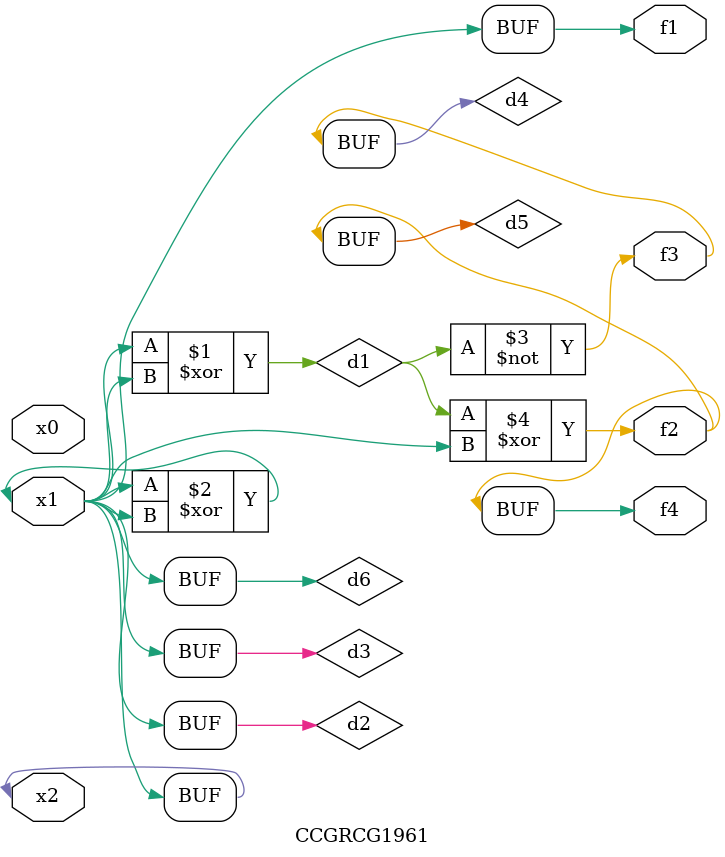
<source format=v>
module CCGRCG1961(
	input x0, x1, x2,
	output f1, f2, f3, f4
);

	wire d1, d2, d3, d4, d5, d6;

	xor (d1, x1, x2);
	buf (d2, x1, x2);
	xor (d3, x1, x2);
	nor (d4, d1);
	xor (d5, d1, d2);
	buf (d6, d2, d3);
	assign f1 = d6;
	assign f2 = d5;
	assign f3 = d4;
	assign f4 = d5;
endmodule

</source>
